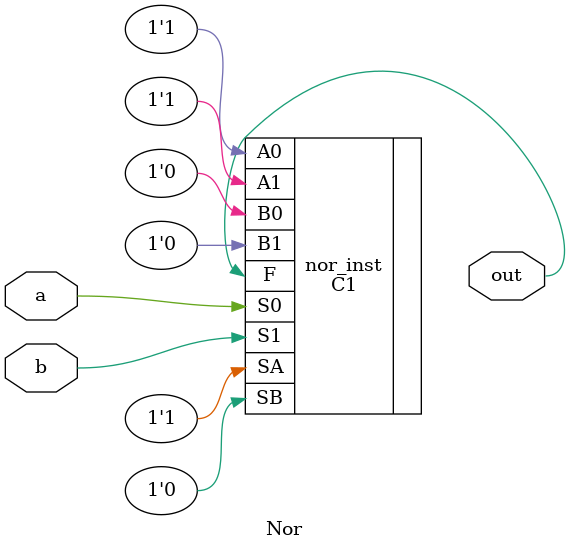
<source format=v>
module Nor (
    input wire a,
    input wire b,
    output wire out
);
    C1 nor_inst (
        .A0(1'b1),
        .A1(1'b1),
        .SA(1'b1),
        .B0(1'b0),
        .B1(1'b0),
        .SB(1'b0),
        .S0(a),
        .S1(b),
        .F(out)
    );
endmodule
</source>
